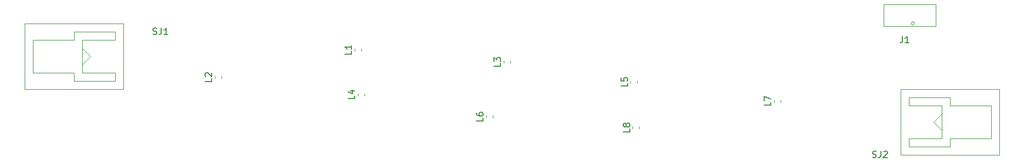
<source format=gbr>
G04 #@! TF.GenerationSoftware,KiCad,Pcbnew,5.1.2-f72e74a~84~ubuntu18.04.1*
G04 #@! TF.CreationDate,2019-11-12T15:35:39+01:00*
G04 #@! TF.ProjectId,filtre_lignes_couplees,66696c74-7265-45f6-9c69-676e65735f63,rev?*
G04 #@! TF.SameCoordinates,Original*
G04 #@! TF.FileFunction,Legend,Top*
G04 #@! TF.FilePolarity,Positive*
%FSLAX46Y46*%
G04 Gerber Fmt 4.6, Leading zero omitted, Abs format (unit mm)*
G04 Created by KiCad (PCBNEW 5.1.2-f72e74a~84~ubuntu18.04.1) date 2019-11-12 15:35:39*
%MOMM*%
%LPD*%
G04 APERTURE LIST*
%ADD10C,0.120000*%
%ADD11C,0.150000*%
G04 APERTURE END LIST*
D10*
X145090000Y-91861267D02*
X145090000Y-91518733D01*
X144070000Y-91861267D02*
X144070000Y-91518733D01*
X166880000Y-87768767D02*
X166880000Y-87426233D01*
X165860000Y-87768767D02*
X165860000Y-87426233D01*
X122430000Y-90171267D02*
X122430000Y-89828733D01*
X121410000Y-90171267D02*
X121410000Y-89828733D01*
X144755000Y-84791267D02*
X144755000Y-84448733D01*
X143735000Y-84791267D02*
X143735000Y-84448733D01*
X102610000Y-86731267D02*
X102610000Y-86388733D01*
X101590000Y-86731267D02*
X101590000Y-86388733D01*
X125135000Y-81716267D02*
X125135000Y-81373733D01*
X124115000Y-81716267D02*
X124115000Y-81373733D01*
X80520000Y-84061267D02*
X80520000Y-83718733D01*
X79500000Y-84061267D02*
X79500000Y-83718733D01*
X102110000Y-79821267D02*
X102110000Y-79478733D01*
X101090000Y-79821267D02*
X101090000Y-79478733D01*
X187575000Y-75565000D02*
G75*
G03X187575000Y-75565000I-250000J0D01*
G01*
X190895000Y-75995000D02*
X182795000Y-75995000D01*
X182795000Y-72595000D02*
X190895000Y-72595000D01*
X190895000Y-75995000D02*
X190895000Y-72595000D01*
X182795000Y-75995000D02*
X182795000Y-72595000D01*
X191770000Y-92075000D02*
X190500000Y-90805000D01*
X191770000Y-89535000D02*
X190500000Y-90805000D01*
X185420000Y-95885000D02*
X200660000Y-95885000D01*
X200660000Y-85725000D02*
X185420000Y-85725000D01*
X186690000Y-93345000D02*
X186690000Y-94615000D01*
X191770000Y-93345000D02*
X186690000Y-93345000D01*
X191770000Y-88265000D02*
X191770000Y-93345000D01*
X186690000Y-88265000D02*
X191770000Y-88265000D01*
X186690000Y-86995000D02*
X186690000Y-88265000D01*
X199390000Y-88265000D02*
X199390000Y-93345000D01*
X193040000Y-88265000D02*
X199390000Y-88265000D01*
X193040000Y-86995000D02*
X193040000Y-88265000D01*
X193040000Y-93345000D02*
X199390000Y-93345000D01*
X193040000Y-94615000D02*
X193040000Y-93345000D01*
X200660000Y-95885000D02*
X200660000Y-85725000D01*
X185420000Y-85725000D02*
X185420000Y-95885000D01*
X193040000Y-94615000D02*
X186690000Y-94615000D01*
X186690000Y-86995000D02*
X193040000Y-86995000D01*
X59055000Y-79375000D02*
X60325000Y-80645000D01*
X59055000Y-81915000D02*
X60325000Y-80645000D01*
X65405000Y-75565000D02*
X50165000Y-75565000D01*
X50165000Y-85725000D02*
X65405000Y-85725000D01*
X64135000Y-78105000D02*
X64135000Y-76835000D01*
X59055000Y-78105000D02*
X64135000Y-78105000D01*
X59055000Y-83185000D02*
X59055000Y-78105000D01*
X64135000Y-83185000D02*
X59055000Y-83185000D01*
X64135000Y-84455000D02*
X64135000Y-83185000D01*
X51435000Y-83185000D02*
X51435000Y-78105000D01*
X57785000Y-83185000D02*
X51435000Y-83185000D01*
X57785000Y-84455000D02*
X57785000Y-83185000D01*
X57785000Y-78105000D02*
X51435000Y-78105000D01*
X57785000Y-76835000D02*
X57785000Y-78105000D01*
X50165000Y-75565000D02*
X50165000Y-85725000D01*
X65405000Y-85725000D02*
X65405000Y-75565000D01*
X57785000Y-76835000D02*
X64135000Y-76835000D01*
X64135000Y-84455000D02*
X57785000Y-84455000D01*
D11*
X143602380Y-91856666D02*
X143602380Y-92332857D01*
X142602380Y-92332857D01*
X143030952Y-91380476D02*
X142983333Y-91475714D01*
X142935714Y-91523333D01*
X142840476Y-91570952D01*
X142792857Y-91570952D01*
X142697619Y-91523333D01*
X142650000Y-91475714D01*
X142602380Y-91380476D01*
X142602380Y-91190000D01*
X142650000Y-91094761D01*
X142697619Y-91047142D01*
X142792857Y-90999523D01*
X142840476Y-90999523D01*
X142935714Y-91047142D01*
X142983333Y-91094761D01*
X143030952Y-91190000D01*
X143030952Y-91380476D01*
X143078571Y-91475714D01*
X143126190Y-91523333D01*
X143221428Y-91570952D01*
X143411904Y-91570952D01*
X143507142Y-91523333D01*
X143554761Y-91475714D01*
X143602380Y-91380476D01*
X143602380Y-91190000D01*
X143554761Y-91094761D01*
X143507142Y-91047142D01*
X143411904Y-90999523D01*
X143221428Y-90999523D01*
X143126190Y-91047142D01*
X143078571Y-91094761D01*
X143030952Y-91190000D01*
X165392380Y-87764166D02*
X165392380Y-88240357D01*
X164392380Y-88240357D01*
X164392380Y-87526071D02*
X164392380Y-86859404D01*
X165392380Y-87287976D01*
X120942380Y-90166666D02*
X120942380Y-90642857D01*
X119942380Y-90642857D01*
X119942380Y-89404761D02*
X119942380Y-89595238D01*
X119990000Y-89690476D01*
X120037619Y-89738095D01*
X120180476Y-89833333D01*
X120370952Y-89880952D01*
X120751904Y-89880952D01*
X120847142Y-89833333D01*
X120894761Y-89785714D01*
X120942380Y-89690476D01*
X120942380Y-89500000D01*
X120894761Y-89404761D01*
X120847142Y-89357142D01*
X120751904Y-89309523D01*
X120513809Y-89309523D01*
X120418571Y-89357142D01*
X120370952Y-89404761D01*
X120323333Y-89500000D01*
X120323333Y-89690476D01*
X120370952Y-89785714D01*
X120418571Y-89833333D01*
X120513809Y-89880952D01*
X143267380Y-84786666D02*
X143267380Y-85262857D01*
X142267380Y-85262857D01*
X142267380Y-83977142D02*
X142267380Y-84453333D01*
X142743571Y-84500952D01*
X142695952Y-84453333D01*
X142648333Y-84358095D01*
X142648333Y-84120000D01*
X142695952Y-84024761D01*
X142743571Y-83977142D01*
X142838809Y-83929523D01*
X143076904Y-83929523D01*
X143172142Y-83977142D01*
X143219761Y-84024761D01*
X143267380Y-84120000D01*
X143267380Y-84358095D01*
X143219761Y-84453333D01*
X143172142Y-84500952D01*
X101122380Y-86726666D02*
X101122380Y-87202857D01*
X100122380Y-87202857D01*
X100455714Y-85964761D02*
X101122380Y-85964761D01*
X100074761Y-86202857D02*
X100789047Y-86440952D01*
X100789047Y-85821904D01*
X123647380Y-81711666D02*
X123647380Y-82187857D01*
X122647380Y-82187857D01*
X122647380Y-81473571D02*
X122647380Y-80854523D01*
X123028333Y-81187857D01*
X123028333Y-81045000D01*
X123075952Y-80949761D01*
X123123571Y-80902142D01*
X123218809Y-80854523D01*
X123456904Y-80854523D01*
X123552142Y-80902142D01*
X123599761Y-80949761D01*
X123647380Y-81045000D01*
X123647380Y-81330714D01*
X123599761Y-81425952D01*
X123552142Y-81473571D01*
X79032380Y-84056666D02*
X79032380Y-84532857D01*
X78032380Y-84532857D01*
X78127619Y-83770952D02*
X78080000Y-83723333D01*
X78032380Y-83628095D01*
X78032380Y-83390000D01*
X78080000Y-83294761D01*
X78127619Y-83247142D01*
X78222857Y-83199523D01*
X78318095Y-83199523D01*
X78460952Y-83247142D01*
X79032380Y-83818571D01*
X79032380Y-83199523D01*
X100622380Y-79816666D02*
X100622380Y-80292857D01*
X99622380Y-80292857D01*
X100622380Y-78959523D02*
X100622380Y-79530952D01*
X100622380Y-79245238D02*
X99622380Y-79245238D01*
X99765238Y-79340476D01*
X99860476Y-79435714D01*
X99908095Y-79530952D01*
X185721666Y-77557380D02*
X185721666Y-78271666D01*
X185674047Y-78414523D01*
X185578809Y-78509761D01*
X185435952Y-78557380D01*
X185340714Y-78557380D01*
X186721666Y-78557380D02*
X186150238Y-78557380D01*
X186435952Y-78557380D02*
X186435952Y-77557380D01*
X186340714Y-77700238D01*
X186245476Y-77795476D01*
X186150238Y-77843095D01*
X181102142Y-96289761D02*
X181245000Y-96337380D01*
X181483095Y-96337380D01*
X181578333Y-96289761D01*
X181625952Y-96242142D01*
X181673571Y-96146904D01*
X181673571Y-96051666D01*
X181625952Y-95956428D01*
X181578333Y-95908809D01*
X181483095Y-95861190D01*
X181292619Y-95813571D01*
X181197380Y-95765952D01*
X181149761Y-95718333D01*
X181102142Y-95623095D01*
X181102142Y-95527857D01*
X181149761Y-95432619D01*
X181197380Y-95385000D01*
X181292619Y-95337380D01*
X181530714Y-95337380D01*
X181673571Y-95385000D01*
X182387857Y-95337380D02*
X182387857Y-96051666D01*
X182340238Y-96194523D01*
X182245000Y-96289761D01*
X182102142Y-96337380D01*
X182006904Y-96337380D01*
X182816428Y-95432619D02*
X182864047Y-95385000D01*
X182959285Y-95337380D01*
X183197380Y-95337380D01*
X183292619Y-95385000D01*
X183340238Y-95432619D01*
X183387857Y-95527857D01*
X183387857Y-95623095D01*
X183340238Y-95765952D01*
X182768809Y-96337380D01*
X183387857Y-96337380D01*
X69977142Y-77239761D02*
X70120000Y-77287380D01*
X70358095Y-77287380D01*
X70453333Y-77239761D01*
X70500952Y-77192142D01*
X70548571Y-77096904D01*
X70548571Y-77001666D01*
X70500952Y-76906428D01*
X70453333Y-76858809D01*
X70358095Y-76811190D01*
X70167619Y-76763571D01*
X70072380Y-76715952D01*
X70024761Y-76668333D01*
X69977142Y-76573095D01*
X69977142Y-76477857D01*
X70024761Y-76382619D01*
X70072380Y-76335000D01*
X70167619Y-76287380D01*
X70405714Y-76287380D01*
X70548571Y-76335000D01*
X71262857Y-76287380D02*
X71262857Y-77001666D01*
X71215238Y-77144523D01*
X71120000Y-77239761D01*
X70977142Y-77287380D01*
X70881904Y-77287380D01*
X72262857Y-77287380D02*
X71691428Y-77287380D01*
X71977142Y-77287380D02*
X71977142Y-76287380D01*
X71881904Y-76430238D01*
X71786666Y-76525476D01*
X71691428Y-76573095D01*
M02*

</source>
